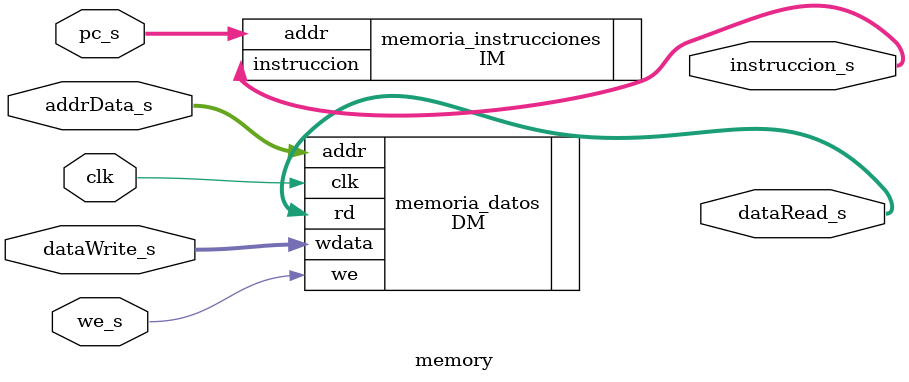
<source format=v>
module memory(
    input wire clk, we_s,
    input wire [15:0] pc_s,addrData_s,
    input wire [31:0] dataWrite_s,
    output wire [31:0] instruccion_s,dataRead_s
);

IM memoria_instrucciones(
    .addr(pc_s),
    .instruccion(instruccion_s)
);

DM memoria_datos(
    .clk(clk),
    .we(we_s),
    .addr(addrData_s),
    .wdata(dataWrite_s),
    .rd(dataRead_s)
);

endmodule

</source>
